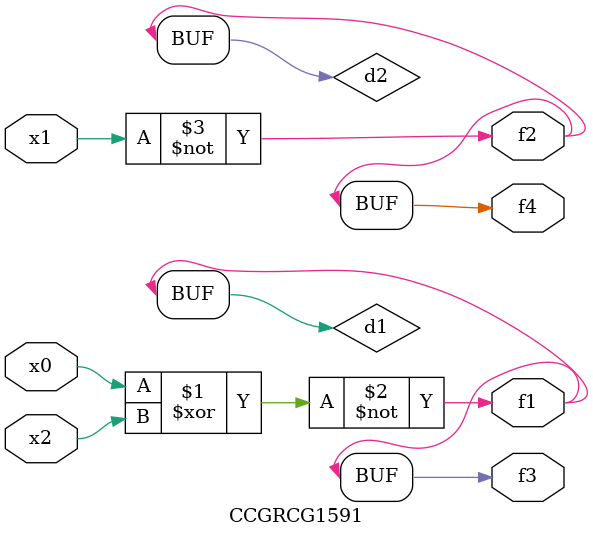
<source format=v>
module CCGRCG1591(
	input x0, x1, x2,
	output f1, f2, f3, f4
);

	wire d1, d2, d3;

	xnor (d1, x0, x2);
	nand (d2, x1);
	nor (d3, x1, x2);
	assign f1 = d1;
	assign f2 = d2;
	assign f3 = d1;
	assign f4 = d2;
endmodule

</source>
